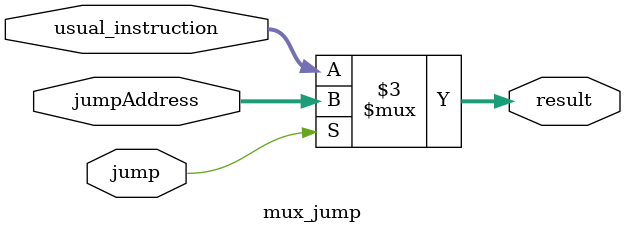
<source format=v>
module mux_jump(
    input wire [31:0] jumpAddress,
    input wire [31:0] usual_instruction,
    input wire jump,
    output reg [31:0] result
);

    always @(*) begin
        case (jump)
            1'b0: result <= usual_instruction;
            default: result <= jumpAddress;
        endcase
    end

endmodule
</source>
